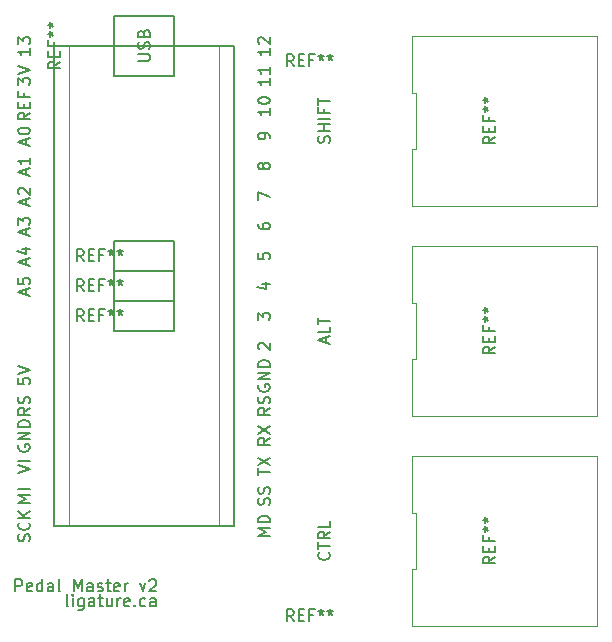
<source format=gbr>
G04 #@! TF.GenerationSoftware,KiCad,Pcbnew,5.1.5-52549c5~84~ubuntu18.04.1*
G04 #@! TF.CreationDate,2020-03-07T09:10:50-05:00*
G04 #@! TF.ProjectId,pedal-controller,70656461-6c2d-4636-9f6e-74726f6c6c65,rev?*
G04 #@! TF.SameCoordinates,Original*
G04 #@! TF.FileFunction,Legend,Top*
G04 #@! TF.FilePolarity,Positive*
%FSLAX46Y46*%
G04 Gerber Fmt 4.6, Leading zero omitted, Abs format (unit mm)*
G04 Created by KiCad (PCBNEW 5.1.5-52549c5~84~ubuntu18.04.1) date 2020-03-07 09:10:50*
%MOMM*%
%LPD*%
G04 APERTURE LIST*
%ADD10C,0.150000*%
%ADD11C,0.120000*%
G04 APERTURE END LIST*
D10*
X146454761Y-66627142D02*
X146502380Y-66484285D01*
X146502380Y-66246190D01*
X146454761Y-66150952D01*
X146407142Y-66103333D01*
X146311904Y-66055714D01*
X146216666Y-66055714D01*
X146121428Y-66103333D01*
X146073809Y-66150952D01*
X146026190Y-66246190D01*
X145978571Y-66436666D01*
X145930952Y-66531904D01*
X145883333Y-66579523D01*
X145788095Y-66627142D01*
X145692857Y-66627142D01*
X145597619Y-66579523D01*
X145550000Y-66531904D01*
X145502380Y-66436666D01*
X145502380Y-66198571D01*
X145550000Y-66055714D01*
X146502380Y-65627142D02*
X145502380Y-65627142D01*
X145978571Y-65627142D02*
X145978571Y-65055714D01*
X146502380Y-65055714D02*
X145502380Y-65055714D01*
X146502380Y-64579523D02*
X145502380Y-64579523D01*
X145978571Y-63770000D02*
X145978571Y-64103333D01*
X146502380Y-64103333D02*
X145502380Y-64103333D01*
X145502380Y-63627142D01*
X145502380Y-63389047D02*
X145502380Y-62817619D01*
X146502380Y-63103333D02*
X145502380Y-63103333D01*
X146216666Y-83573809D02*
X146216666Y-83097619D01*
X146502380Y-83669047D02*
X145502380Y-83335714D01*
X146502380Y-83002380D01*
X146502380Y-82192857D02*
X146502380Y-82669047D01*
X145502380Y-82669047D01*
X145502380Y-82002380D02*
X145502380Y-81430952D01*
X146502380Y-81716666D02*
X145502380Y-81716666D01*
X146407142Y-101306190D02*
X146454761Y-101353809D01*
X146502380Y-101496666D01*
X146502380Y-101591904D01*
X146454761Y-101734761D01*
X146359523Y-101830000D01*
X146264285Y-101877619D01*
X146073809Y-101925238D01*
X145930952Y-101925238D01*
X145740476Y-101877619D01*
X145645238Y-101830000D01*
X145550000Y-101734761D01*
X145502380Y-101591904D01*
X145502380Y-101496666D01*
X145550000Y-101353809D01*
X145597619Y-101306190D01*
X145502380Y-101020476D02*
X145502380Y-100449047D01*
X146502380Y-100734761D02*
X145502380Y-100734761D01*
X146502380Y-99544285D02*
X146026190Y-99877619D01*
X146502380Y-100115714D02*
X145502380Y-100115714D01*
X145502380Y-99734761D01*
X145550000Y-99639523D01*
X145597619Y-99591904D01*
X145692857Y-99544285D01*
X145835714Y-99544285D01*
X145930952Y-99591904D01*
X145978571Y-99639523D01*
X146026190Y-99734761D01*
X146026190Y-100115714D01*
X146502380Y-98639523D02*
X146502380Y-99115714D01*
X145502380Y-99115714D01*
X119887261Y-104592380D02*
X119887261Y-103592380D01*
X120268214Y-103592380D01*
X120363452Y-103640000D01*
X120411071Y-103687619D01*
X120458690Y-103782857D01*
X120458690Y-103925714D01*
X120411071Y-104020952D01*
X120363452Y-104068571D01*
X120268214Y-104116190D01*
X119887261Y-104116190D01*
X121268214Y-104544761D02*
X121172976Y-104592380D01*
X120982499Y-104592380D01*
X120887261Y-104544761D01*
X120839642Y-104449523D01*
X120839642Y-104068571D01*
X120887261Y-103973333D01*
X120982499Y-103925714D01*
X121172976Y-103925714D01*
X121268214Y-103973333D01*
X121315833Y-104068571D01*
X121315833Y-104163809D01*
X120839642Y-104259047D01*
X122172976Y-104592380D02*
X122172976Y-103592380D01*
X122172976Y-104544761D02*
X122077738Y-104592380D01*
X121887261Y-104592380D01*
X121792023Y-104544761D01*
X121744404Y-104497142D01*
X121696785Y-104401904D01*
X121696785Y-104116190D01*
X121744404Y-104020952D01*
X121792023Y-103973333D01*
X121887261Y-103925714D01*
X122077738Y-103925714D01*
X122172976Y-103973333D01*
X123077738Y-104592380D02*
X123077738Y-104068571D01*
X123030119Y-103973333D01*
X122934880Y-103925714D01*
X122744404Y-103925714D01*
X122649166Y-103973333D01*
X123077738Y-104544761D02*
X122982499Y-104592380D01*
X122744404Y-104592380D01*
X122649166Y-104544761D01*
X122601547Y-104449523D01*
X122601547Y-104354285D01*
X122649166Y-104259047D01*
X122744404Y-104211428D01*
X122982499Y-104211428D01*
X123077738Y-104163809D01*
X123696785Y-104592380D02*
X123601547Y-104544761D01*
X123553928Y-104449523D01*
X123553928Y-103592380D01*
X124839642Y-104592380D02*
X124839642Y-103592380D01*
X125172976Y-104306666D01*
X125506309Y-103592380D01*
X125506309Y-104592380D01*
X126411071Y-104592380D02*
X126411071Y-104068571D01*
X126363452Y-103973333D01*
X126268214Y-103925714D01*
X126077738Y-103925714D01*
X125982499Y-103973333D01*
X126411071Y-104544761D02*
X126315833Y-104592380D01*
X126077738Y-104592380D01*
X125982499Y-104544761D01*
X125934880Y-104449523D01*
X125934880Y-104354285D01*
X125982499Y-104259047D01*
X126077738Y-104211428D01*
X126315833Y-104211428D01*
X126411071Y-104163809D01*
X126839642Y-104544761D02*
X126934880Y-104592380D01*
X127125357Y-104592380D01*
X127220595Y-104544761D01*
X127268214Y-104449523D01*
X127268214Y-104401904D01*
X127220595Y-104306666D01*
X127125357Y-104259047D01*
X126982499Y-104259047D01*
X126887261Y-104211428D01*
X126839642Y-104116190D01*
X126839642Y-104068571D01*
X126887261Y-103973333D01*
X126982499Y-103925714D01*
X127125357Y-103925714D01*
X127220595Y-103973333D01*
X127553928Y-103925714D02*
X127934880Y-103925714D01*
X127696785Y-103592380D02*
X127696785Y-104449523D01*
X127744404Y-104544761D01*
X127839642Y-104592380D01*
X127934880Y-104592380D01*
X128649166Y-104544761D02*
X128553928Y-104592380D01*
X128363452Y-104592380D01*
X128268214Y-104544761D01*
X128220595Y-104449523D01*
X128220595Y-104068571D01*
X128268214Y-103973333D01*
X128363452Y-103925714D01*
X128553928Y-103925714D01*
X128649166Y-103973333D01*
X128696785Y-104068571D01*
X128696785Y-104163809D01*
X128220595Y-104259047D01*
X129125357Y-104592380D02*
X129125357Y-103925714D01*
X129125357Y-104116190D02*
X129172976Y-104020952D01*
X129220595Y-103973333D01*
X129315833Y-103925714D01*
X129411071Y-103925714D01*
X130411071Y-103925714D02*
X130649166Y-104592380D01*
X130887261Y-103925714D01*
X131220595Y-103687619D02*
X131268214Y-103640000D01*
X131363452Y-103592380D01*
X131601547Y-103592380D01*
X131696785Y-103640000D01*
X131744404Y-103687619D01*
X131792023Y-103782857D01*
X131792023Y-103878095D01*
X131744404Y-104020952D01*
X131172976Y-104592380D01*
X131792023Y-104592380D01*
X124363452Y-105862380D02*
X124268214Y-105814761D01*
X124220595Y-105719523D01*
X124220595Y-104862380D01*
X124744404Y-105862380D02*
X124744404Y-105195714D01*
X124744404Y-104862380D02*
X124696785Y-104910000D01*
X124744404Y-104957619D01*
X124792023Y-104910000D01*
X124744404Y-104862380D01*
X124744404Y-104957619D01*
X125649166Y-105195714D02*
X125649166Y-106005238D01*
X125601547Y-106100476D01*
X125553928Y-106148095D01*
X125458690Y-106195714D01*
X125315833Y-106195714D01*
X125220595Y-106148095D01*
X125649166Y-105814761D02*
X125553928Y-105862380D01*
X125363452Y-105862380D01*
X125268214Y-105814761D01*
X125220595Y-105767142D01*
X125172976Y-105671904D01*
X125172976Y-105386190D01*
X125220595Y-105290952D01*
X125268214Y-105243333D01*
X125363452Y-105195714D01*
X125553928Y-105195714D01*
X125649166Y-105243333D01*
X126553928Y-105862380D02*
X126553928Y-105338571D01*
X126506309Y-105243333D01*
X126411071Y-105195714D01*
X126220595Y-105195714D01*
X126125357Y-105243333D01*
X126553928Y-105814761D02*
X126458690Y-105862380D01*
X126220595Y-105862380D01*
X126125357Y-105814761D01*
X126077738Y-105719523D01*
X126077738Y-105624285D01*
X126125357Y-105529047D01*
X126220595Y-105481428D01*
X126458690Y-105481428D01*
X126553928Y-105433809D01*
X126887261Y-105195714D02*
X127268214Y-105195714D01*
X127030119Y-104862380D02*
X127030119Y-105719523D01*
X127077738Y-105814761D01*
X127172976Y-105862380D01*
X127268214Y-105862380D01*
X128030119Y-105195714D02*
X128030119Y-105862380D01*
X127601547Y-105195714D02*
X127601547Y-105719523D01*
X127649166Y-105814761D01*
X127744404Y-105862380D01*
X127887261Y-105862380D01*
X127982500Y-105814761D01*
X128030119Y-105767142D01*
X128506309Y-105862380D02*
X128506309Y-105195714D01*
X128506309Y-105386190D02*
X128553928Y-105290952D01*
X128601547Y-105243333D01*
X128696785Y-105195714D01*
X128792023Y-105195714D01*
X129506309Y-105814761D02*
X129411071Y-105862380D01*
X129220595Y-105862380D01*
X129125357Y-105814761D01*
X129077738Y-105719523D01*
X129077738Y-105338571D01*
X129125357Y-105243333D01*
X129220595Y-105195714D01*
X129411071Y-105195714D01*
X129506309Y-105243333D01*
X129553928Y-105338571D01*
X129553928Y-105433809D01*
X129077738Y-105529047D01*
X129982500Y-105767142D02*
X130030119Y-105814761D01*
X129982500Y-105862380D01*
X129934880Y-105814761D01*
X129982500Y-105767142D01*
X129982500Y-105862380D01*
X130887261Y-105814761D02*
X130792023Y-105862380D01*
X130601547Y-105862380D01*
X130506309Y-105814761D01*
X130458690Y-105767142D01*
X130411071Y-105671904D01*
X130411071Y-105386190D01*
X130458690Y-105290952D01*
X130506309Y-105243333D01*
X130601547Y-105195714D01*
X130792023Y-105195714D01*
X130887261Y-105243333D01*
X131744404Y-105862380D02*
X131744404Y-105338571D01*
X131696785Y-105243333D01*
X131601547Y-105195714D01*
X131411071Y-105195714D01*
X131315833Y-105243333D01*
X131744404Y-105814761D02*
X131649166Y-105862380D01*
X131411071Y-105862380D01*
X131315833Y-105814761D01*
X131268214Y-105719523D01*
X131268214Y-105624285D01*
X131315833Y-105529047D01*
X131411071Y-105481428D01*
X131649166Y-105481428D01*
X131744404Y-105433809D01*
D11*
X137160000Y-58420000D02*
X124460000Y-58420000D01*
X137160000Y-99060000D02*
X137160000Y-58420000D01*
X124460000Y-99060000D02*
X137160000Y-99060000D01*
X124460000Y-58420000D02*
X124460000Y-99060000D01*
X128270000Y-82550000D02*
X128270000Y-80010000D01*
X133350000Y-82550000D02*
X128270000Y-82550000D01*
X128270000Y-80010000D02*
X133350000Y-80010000D01*
X128270000Y-80010000D02*
X128270000Y-77470000D01*
X133350000Y-80010000D02*
X128270000Y-80010000D01*
X133350000Y-77470000D02*
X133350000Y-80010000D01*
X128270000Y-77470000D02*
X133350000Y-77470000D01*
X128270000Y-77470000D02*
X128270000Y-74930000D01*
X133350000Y-77470000D02*
X128270000Y-77470000D01*
X133350000Y-74930000D02*
X133350000Y-77470000D01*
X128270000Y-74930000D02*
X133350000Y-74930000D01*
D10*
X128270000Y-55880000D02*
X133350000Y-55880000D01*
X128270000Y-60960000D02*
X128270000Y-55880000D01*
X133350000Y-60960000D02*
X128270000Y-60960000D01*
X133350000Y-55880000D02*
X133350000Y-60960000D01*
X123190000Y-58420000D02*
X138430000Y-58420000D01*
X123190000Y-99060000D02*
X123190000Y-58420000D01*
X138430000Y-99060000D02*
X123190000Y-99060000D01*
X138430000Y-58420000D02*
X138430000Y-99060000D01*
X128270000Y-74930000D02*
X129540000Y-74930000D01*
X133350000Y-74930000D02*
X128270000Y-74930000D01*
X133350000Y-77470000D02*
X133350000Y-74930000D01*
X128270000Y-77470000D02*
X133350000Y-77470000D01*
X128270000Y-74930000D02*
X128270000Y-77470000D01*
X128270000Y-80010000D02*
X129540000Y-80010000D01*
X133350000Y-80010000D02*
X128270000Y-80010000D01*
X133350000Y-82550000D02*
X133350000Y-80010000D01*
X128270000Y-82550000D02*
X133350000Y-82550000D01*
X128270000Y-80010000D02*
X128270000Y-82550000D01*
X128270000Y-77470000D02*
X129540000Y-77470000D01*
X133350000Y-77470000D02*
X128270000Y-77470000D01*
X133350000Y-80010000D02*
X133350000Y-77470000D01*
X128270000Y-80010000D02*
X133350000Y-80010000D01*
X128270000Y-77470000D02*
X128270000Y-80010000D01*
D11*
X153440000Y-102729999D02*
X153440000Y-107529999D01*
X153800000Y-102729999D02*
X153440000Y-102729999D01*
X153800000Y-97930000D02*
X153800000Y-102729999D01*
X153440000Y-97930000D02*
X153800000Y-97930000D01*
X153440000Y-93130000D02*
X153440000Y-97930000D01*
X169140000Y-93130001D02*
X153440000Y-93130000D01*
X169140000Y-107530000D02*
X169140000Y-93130001D01*
X153440000Y-107529999D02*
X169140000Y-107530000D01*
X153440000Y-84949999D02*
X153440000Y-89749999D01*
X153800000Y-84949999D02*
X153440000Y-84949999D01*
X153800000Y-80150000D02*
X153800000Y-84949999D01*
X153440000Y-80150000D02*
X153800000Y-80150000D01*
X153440000Y-75350000D02*
X153440000Y-80150000D01*
X169140000Y-75350001D02*
X153440000Y-75350000D01*
X169140000Y-89750000D02*
X169140000Y-75350001D01*
X153440000Y-89749999D02*
X169140000Y-89750000D01*
X153440000Y-67169999D02*
X153440000Y-71969999D01*
X153800000Y-67169999D02*
X153440000Y-67169999D01*
X153800000Y-62370000D02*
X153800000Y-67169999D01*
X153440000Y-62370000D02*
X153800000Y-62370000D01*
X153440000Y-57570000D02*
X153440000Y-62370000D01*
X169140000Y-57570001D02*
X153440000Y-57570000D01*
X169140000Y-71970000D02*
X169140000Y-57570001D01*
X153440000Y-71969999D02*
X169140000Y-71970000D01*
D10*
X143446666Y-60142380D02*
X143113333Y-59666190D01*
X142875238Y-60142380D02*
X142875238Y-59142380D01*
X143256190Y-59142380D01*
X143351428Y-59190000D01*
X143399047Y-59237619D01*
X143446666Y-59332857D01*
X143446666Y-59475714D01*
X143399047Y-59570952D01*
X143351428Y-59618571D01*
X143256190Y-59666190D01*
X142875238Y-59666190D01*
X143875238Y-59618571D02*
X144208571Y-59618571D01*
X144351428Y-60142380D02*
X143875238Y-60142380D01*
X143875238Y-59142380D01*
X144351428Y-59142380D01*
X145113333Y-59618571D02*
X144780000Y-59618571D01*
X144780000Y-60142380D02*
X144780000Y-59142380D01*
X145256190Y-59142380D01*
X145780000Y-59142380D02*
X145780000Y-59380476D01*
X145541904Y-59285238D02*
X145780000Y-59380476D01*
X146018095Y-59285238D01*
X145637142Y-59570952D02*
X145780000Y-59380476D01*
X145922857Y-59570952D01*
X146541904Y-59142380D02*
X146541904Y-59380476D01*
X146303809Y-59285238D02*
X146541904Y-59380476D01*
X146780000Y-59285238D01*
X146399047Y-59570952D02*
X146541904Y-59380476D01*
X146684761Y-59570952D01*
X143446666Y-107132380D02*
X143113333Y-106656190D01*
X142875238Y-107132380D02*
X142875238Y-106132380D01*
X143256190Y-106132380D01*
X143351428Y-106180000D01*
X143399047Y-106227619D01*
X143446666Y-106322857D01*
X143446666Y-106465714D01*
X143399047Y-106560952D01*
X143351428Y-106608571D01*
X143256190Y-106656190D01*
X142875238Y-106656190D01*
X143875238Y-106608571D02*
X144208571Y-106608571D01*
X144351428Y-107132380D02*
X143875238Y-107132380D01*
X143875238Y-106132380D01*
X144351428Y-106132380D01*
X145113333Y-106608571D02*
X144780000Y-106608571D01*
X144780000Y-107132380D02*
X144780000Y-106132380D01*
X145256190Y-106132380D01*
X145780000Y-106132380D02*
X145780000Y-106370476D01*
X145541904Y-106275238D02*
X145780000Y-106370476D01*
X146018095Y-106275238D01*
X145637142Y-106560952D02*
X145780000Y-106370476D01*
X145922857Y-106560952D01*
X146541904Y-106132380D02*
X146541904Y-106370476D01*
X146303809Y-106275238D02*
X146541904Y-106370476D01*
X146780000Y-106275238D01*
X146399047Y-106560952D02*
X146541904Y-106370476D01*
X146684761Y-106560952D01*
X123642380Y-59753333D02*
X123166190Y-60086666D01*
X123642380Y-60324761D02*
X122642380Y-60324761D01*
X122642380Y-59943809D01*
X122690000Y-59848571D01*
X122737619Y-59800952D01*
X122832857Y-59753333D01*
X122975714Y-59753333D01*
X123070952Y-59800952D01*
X123118571Y-59848571D01*
X123166190Y-59943809D01*
X123166190Y-60324761D01*
X123118571Y-59324761D02*
X123118571Y-58991428D01*
X123642380Y-58848571D02*
X123642380Y-59324761D01*
X122642380Y-59324761D01*
X122642380Y-58848571D01*
X123118571Y-58086666D02*
X123118571Y-58420000D01*
X123642380Y-58420000D02*
X122642380Y-58420000D01*
X122642380Y-57943809D01*
X122642380Y-57420000D02*
X122880476Y-57420000D01*
X122785238Y-57658095D02*
X122880476Y-57420000D01*
X122785238Y-57181904D01*
X123070952Y-57562857D02*
X122880476Y-57420000D01*
X123070952Y-57277142D01*
X122642380Y-56658095D02*
X122880476Y-56658095D01*
X122785238Y-56896190D02*
X122880476Y-56658095D01*
X122785238Y-56420000D01*
X123070952Y-56800952D02*
X122880476Y-56658095D01*
X123070952Y-56515238D01*
X121054761Y-100345714D02*
X121102380Y-100202857D01*
X121102380Y-99964761D01*
X121054761Y-99869523D01*
X121007142Y-99821904D01*
X120911904Y-99774285D01*
X120816666Y-99774285D01*
X120721428Y-99821904D01*
X120673809Y-99869523D01*
X120626190Y-99964761D01*
X120578571Y-100155238D01*
X120530952Y-100250476D01*
X120483333Y-100298095D01*
X120388095Y-100345714D01*
X120292857Y-100345714D01*
X120197619Y-100298095D01*
X120150000Y-100250476D01*
X120102380Y-100155238D01*
X120102380Y-99917142D01*
X120150000Y-99774285D01*
X121007142Y-98774285D02*
X121054761Y-98821904D01*
X121102380Y-98964761D01*
X121102380Y-99060000D01*
X121054761Y-99202857D01*
X120959523Y-99298095D01*
X120864285Y-99345714D01*
X120673809Y-99393333D01*
X120530952Y-99393333D01*
X120340476Y-99345714D01*
X120245238Y-99298095D01*
X120150000Y-99202857D01*
X120102380Y-99060000D01*
X120102380Y-98964761D01*
X120150000Y-98821904D01*
X120197619Y-98774285D01*
X121102380Y-98345714D02*
X120102380Y-98345714D01*
X121102380Y-97774285D02*
X120530952Y-98202857D01*
X120102380Y-97774285D02*
X120673809Y-98345714D01*
X121102380Y-97091428D02*
X120102380Y-97091428D01*
X120816666Y-96758095D01*
X120102380Y-96424761D01*
X121102380Y-96424761D01*
X121102380Y-95948571D02*
X120102380Y-95948571D01*
X120102380Y-94551428D02*
X121102380Y-94218095D01*
X120102380Y-93884761D01*
X121102380Y-93551428D02*
X120102380Y-93551428D01*
X120150000Y-92201904D02*
X120102380Y-92297142D01*
X120102380Y-92440000D01*
X120150000Y-92582857D01*
X120245238Y-92678095D01*
X120340476Y-92725714D01*
X120530952Y-92773333D01*
X120673809Y-92773333D01*
X120864285Y-92725714D01*
X120959523Y-92678095D01*
X121054761Y-92582857D01*
X121102380Y-92440000D01*
X121102380Y-92344761D01*
X121054761Y-92201904D01*
X121007142Y-92154285D01*
X120673809Y-92154285D01*
X120673809Y-92344761D01*
X121102380Y-91725714D02*
X120102380Y-91725714D01*
X121102380Y-91154285D01*
X120102380Y-91154285D01*
X121102380Y-90678095D02*
X120102380Y-90678095D01*
X120102380Y-90440000D01*
X120150000Y-90297142D01*
X120245238Y-90201904D01*
X120340476Y-90154285D01*
X120530952Y-90106666D01*
X120673809Y-90106666D01*
X120864285Y-90154285D01*
X120959523Y-90201904D01*
X121054761Y-90297142D01*
X121102380Y-90440000D01*
X121102380Y-90678095D01*
X121102380Y-89066666D02*
X120626190Y-89400000D01*
X121102380Y-89638095D02*
X120102380Y-89638095D01*
X120102380Y-89257142D01*
X120150000Y-89161904D01*
X120197619Y-89114285D01*
X120292857Y-89066666D01*
X120435714Y-89066666D01*
X120530952Y-89114285D01*
X120578571Y-89161904D01*
X120626190Y-89257142D01*
X120626190Y-89638095D01*
X121054761Y-88685714D02*
X121102380Y-88542857D01*
X121102380Y-88304761D01*
X121054761Y-88209523D01*
X121007142Y-88161904D01*
X120911904Y-88114285D01*
X120816666Y-88114285D01*
X120721428Y-88161904D01*
X120673809Y-88209523D01*
X120626190Y-88304761D01*
X120578571Y-88495238D01*
X120530952Y-88590476D01*
X120483333Y-88638095D01*
X120388095Y-88685714D01*
X120292857Y-88685714D01*
X120197619Y-88638095D01*
X120150000Y-88590476D01*
X120102380Y-88495238D01*
X120102380Y-88257142D01*
X120150000Y-88114285D01*
X120102380Y-86550476D02*
X120102380Y-87026666D01*
X120578571Y-87074285D01*
X120530952Y-87026666D01*
X120483333Y-86931428D01*
X120483333Y-86693333D01*
X120530952Y-86598095D01*
X120578571Y-86550476D01*
X120673809Y-86502857D01*
X120911904Y-86502857D01*
X121007142Y-86550476D01*
X121054761Y-86598095D01*
X121102380Y-86693333D01*
X121102380Y-86931428D01*
X121054761Y-87026666D01*
X121007142Y-87074285D01*
X120102380Y-86217142D02*
X121102380Y-85883809D01*
X120102380Y-85550476D01*
X120816666Y-79454285D02*
X120816666Y-78978095D01*
X121102380Y-79549523D02*
X120102380Y-79216190D01*
X121102380Y-78882857D01*
X120102380Y-78073333D02*
X120102380Y-78549523D01*
X120578571Y-78597142D01*
X120530952Y-78549523D01*
X120483333Y-78454285D01*
X120483333Y-78216190D01*
X120530952Y-78120952D01*
X120578571Y-78073333D01*
X120673809Y-78025714D01*
X120911904Y-78025714D01*
X121007142Y-78073333D01*
X121054761Y-78120952D01*
X121102380Y-78216190D01*
X121102380Y-78454285D01*
X121054761Y-78549523D01*
X121007142Y-78597142D01*
X120816666Y-76914285D02*
X120816666Y-76438095D01*
X121102380Y-77009523D02*
X120102380Y-76676190D01*
X121102380Y-76342857D01*
X120435714Y-75580952D02*
X121102380Y-75580952D01*
X120054761Y-75819047D02*
X120769047Y-76057142D01*
X120769047Y-75438095D01*
X120816666Y-74374285D02*
X120816666Y-73898095D01*
X121102380Y-74469523D02*
X120102380Y-74136190D01*
X121102380Y-73802857D01*
X120102380Y-73564761D02*
X120102380Y-72945714D01*
X120483333Y-73279047D01*
X120483333Y-73136190D01*
X120530952Y-73040952D01*
X120578571Y-72993333D01*
X120673809Y-72945714D01*
X120911904Y-72945714D01*
X121007142Y-72993333D01*
X121054761Y-73040952D01*
X121102380Y-73136190D01*
X121102380Y-73421904D01*
X121054761Y-73517142D01*
X121007142Y-73564761D01*
X120816666Y-71834285D02*
X120816666Y-71358095D01*
X121102380Y-71929523D02*
X120102380Y-71596190D01*
X121102380Y-71262857D01*
X120197619Y-70977142D02*
X120150000Y-70929523D01*
X120102380Y-70834285D01*
X120102380Y-70596190D01*
X120150000Y-70500952D01*
X120197619Y-70453333D01*
X120292857Y-70405714D01*
X120388095Y-70405714D01*
X120530952Y-70453333D01*
X121102380Y-71024761D01*
X121102380Y-70405714D01*
X120816666Y-69294285D02*
X120816666Y-68818095D01*
X121102380Y-69389523D02*
X120102380Y-69056190D01*
X121102380Y-68722857D01*
X121102380Y-67865714D02*
X121102380Y-68437142D01*
X121102380Y-68151428D02*
X120102380Y-68151428D01*
X120245238Y-68246666D01*
X120340476Y-68341904D01*
X120388095Y-68437142D01*
X120816666Y-66754285D02*
X120816666Y-66278095D01*
X121102380Y-66849523D02*
X120102380Y-66516190D01*
X121102380Y-66182857D01*
X120102380Y-65659047D02*
X120102380Y-65563809D01*
X120150000Y-65468571D01*
X120197619Y-65420952D01*
X120292857Y-65373333D01*
X120483333Y-65325714D01*
X120721428Y-65325714D01*
X120911904Y-65373333D01*
X121007142Y-65420952D01*
X121054761Y-65468571D01*
X121102380Y-65563809D01*
X121102380Y-65659047D01*
X121054761Y-65754285D01*
X121007142Y-65801904D01*
X120911904Y-65849523D01*
X120721428Y-65897142D01*
X120483333Y-65897142D01*
X120292857Y-65849523D01*
X120197619Y-65801904D01*
X120150000Y-65754285D01*
X120102380Y-65659047D01*
X121102380Y-64071428D02*
X120626190Y-64404761D01*
X121102380Y-64642857D02*
X120102380Y-64642857D01*
X120102380Y-64261904D01*
X120150000Y-64166666D01*
X120197619Y-64119047D01*
X120292857Y-64071428D01*
X120435714Y-64071428D01*
X120530952Y-64119047D01*
X120578571Y-64166666D01*
X120626190Y-64261904D01*
X120626190Y-64642857D01*
X120578571Y-63642857D02*
X120578571Y-63309523D01*
X121102380Y-63166666D02*
X121102380Y-63642857D01*
X120102380Y-63642857D01*
X120102380Y-63166666D01*
X120578571Y-62404761D02*
X120578571Y-62738095D01*
X121102380Y-62738095D02*
X120102380Y-62738095D01*
X120102380Y-62261904D01*
X120102380Y-61721904D02*
X120102380Y-61102857D01*
X120483333Y-61436190D01*
X120483333Y-61293333D01*
X120530952Y-61198095D01*
X120578571Y-61150476D01*
X120673809Y-61102857D01*
X120911904Y-61102857D01*
X121007142Y-61150476D01*
X121054761Y-61198095D01*
X121102380Y-61293333D01*
X121102380Y-61579047D01*
X121054761Y-61674285D01*
X121007142Y-61721904D01*
X120102380Y-60817142D02*
X121102380Y-60483809D01*
X120102380Y-60150476D01*
X121102380Y-58610476D02*
X121102380Y-59181904D01*
X121102380Y-58896190D02*
X120102380Y-58896190D01*
X120245238Y-58991428D01*
X120340476Y-59086666D01*
X120388095Y-59181904D01*
X120102380Y-58277142D02*
X120102380Y-57658095D01*
X120483333Y-57991428D01*
X120483333Y-57848571D01*
X120530952Y-57753333D01*
X120578571Y-57705714D01*
X120673809Y-57658095D01*
X120911904Y-57658095D01*
X121007142Y-57705714D01*
X121054761Y-57753333D01*
X121102380Y-57848571D01*
X121102380Y-58134285D01*
X121054761Y-58229523D01*
X121007142Y-58277142D01*
X141422380Y-99893333D02*
X140422380Y-99893333D01*
X141136666Y-99560000D01*
X140422380Y-99226666D01*
X141422380Y-99226666D01*
X141422380Y-98750476D02*
X140422380Y-98750476D01*
X140422380Y-98512380D01*
X140470000Y-98369523D01*
X140565238Y-98274285D01*
X140660476Y-98226666D01*
X140850952Y-98179047D01*
X140993809Y-98179047D01*
X141184285Y-98226666D01*
X141279523Y-98274285D01*
X141374761Y-98369523D01*
X141422380Y-98512380D01*
X141422380Y-98750476D01*
X141374761Y-97281904D02*
X141422380Y-97139047D01*
X141422380Y-96900952D01*
X141374761Y-96805714D01*
X141327142Y-96758095D01*
X141231904Y-96710476D01*
X141136666Y-96710476D01*
X141041428Y-96758095D01*
X140993809Y-96805714D01*
X140946190Y-96900952D01*
X140898571Y-97091428D01*
X140850952Y-97186666D01*
X140803333Y-97234285D01*
X140708095Y-97281904D01*
X140612857Y-97281904D01*
X140517619Y-97234285D01*
X140470000Y-97186666D01*
X140422380Y-97091428D01*
X140422380Y-96853333D01*
X140470000Y-96710476D01*
X141374761Y-96329523D02*
X141422380Y-96186666D01*
X141422380Y-95948571D01*
X141374761Y-95853333D01*
X141327142Y-95805714D01*
X141231904Y-95758095D01*
X141136666Y-95758095D01*
X141041428Y-95805714D01*
X140993809Y-95853333D01*
X140946190Y-95948571D01*
X140898571Y-96139047D01*
X140850952Y-96234285D01*
X140803333Y-96281904D01*
X140708095Y-96329523D01*
X140612857Y-96329523D01*
X140517619Y-96281904D01*
X140470000Y-96234285D01*
X140422380Y-96139047D01*
X140422380Y-95900952D01*
X140470000Y-95758095D01*
X140422380Y-94741904D02*
X140422380Y-94170476D01*
X141422380Y-94456190D02*
X140422380Y-94456190D01*
X140422380Y-93932380D02*
X141422380Y-93265714D01*
X140422380Y-93265714D02*
X141422380Y-93932380D01*
X141422380Y-91606666D02*
X140946190Y-91940000D01*
X141422380Y-92178095D02*
X140422380Y-92178095D01*
X140422380Y-91797142D01*
X140470000Y-91701904D01*
X140517619Y-91654285D01*
X140612857Y-91606666D01*
X140755714Y-91606666D01*
X140850952Y-91654285D01*
X140898571Y-91701904D01*
X140946190Y-91797142D01*
X140946190Y-92178095D01*
X140422380Y-91273333D02*
X141422380Y-90606666D01*
X140422380Y-90606666D02*
X141422380Y-91273333D01*
X141422380Y-89066666D02*
X140946190Y-89400000D01*
X141422380Y-89638095D02*
X140422380Y-89638095D01*
X140422380Y-89257142D01*
X140470000Y-89161904D01*
X140517619Y-89114285D01*
X140612857Y-89066666D01*
X140755714Y-89066666D01*
X140850952Y-89114285D01*
X140898571Y-89161904D01*
X140946190Y-89257142D01*
X140946190Y-89638095D01*
X141374761Y-88685714D02*
X141422380Y-88542857D01*
X141422380Y-88304761D01*
X141374761Y-88209523D01*
X141327142Y-88161904D01*
X141231904Y-88114285D01*
X141136666Y-88114285D01*
X141041428Y-88161904D01*
X140993809Y-88209523D01*
X140946190Y-88304761D01*
X140898571Y-88495238D01*
X140850952Y-88590476D01*
X140803333Y-88638095D01*
X140708095Y-88685714D01*
X140612857Y-88685714D01*
X140517619Y-88638095D01*
X140470000Y-88590476D01*
X140422380Y-88495238D01*
X140422380Y-88257142D01*
X140470000Y-88114285D01*
X140470000Y-87121904D02*
X140422380Y-87217142D01*
X140422380Y-87360000D01*
X140470000Y-87502857D01*
X140565238Y-87598095D01*
X140660476Y-87645714D01*
X140850952Y-87693333D01*
X140993809Y-87693333D01*
X141184285Y-87645714D01*
X141279523Y-87598095D01*
X141374761Y-87502857D01*
X141422380Y-87360000D01*
X141422380Y-87264761D01*
X141374761Y-87121904D01*
X141327142Y-87074285D01*
X140993809Y-87074285D01*
X140993809Y-87264761D01*
X141422380Y-86645714D02*
X140422380Y-86645714D01*
X141422380Y-86074285D01*
X140422380Y-86074285D01*
X141422380Y-85598095D02*
X140422380Y-85598095D01*
X140422380Y-85360000D01*
X140470000Y-85217142D01*
X140565238Y-85121904D01*
X140660476Y-85074285D01*
X140850952Y-85026666D01*
X140993809Y-85026666D01*
X141184285Y-85074285D01*
X141279523Y-85121904D01*
X141374761Y-85217142D01*
X141422380Y-85360000D01*
X141422380Y-85598095D01*
X140517619Y-84105714D02*
X140470000Y-84058095D01*
X140422380Y-83962857D01*
X140422380Y-83724761D01*
X140470000Y-83629523D01*
X140517619Y-83581904D01*
X140612857Y-83534285D01*
X140708095Y-83534285D01*
X140850952Y-83581904D01*
X141422380Y-84153333D01*
X141422380Y-83534285D01*
X140422380Y-81613333D02*
X140422380Y-80994285D01*
X140803333Y-81327619D01*
X140803333Y-81184761D01*
X140850952Y-81089523D01*
X140898571Y-81041904D01*
X140993809Y-80994285D01*
X141231904Y-80994285D01*
X141327142Y-81041904D01*
X141374761Y-81089523D01*
X141422380Y-81184761D01*
X141422380Y-81470476D01*
X141374761Y-81565714D01*
X141327142Y-81613333D01*
X140755714Y-78549523D02*
X141422380Y-78549523D01*
X140374761Y-78787619D02*
X141089047Y-79025714D01*
X141089047Y-78406666D01*
X140422380Y-75961904D02*
X140422380Y-76438095D01*
X140898571Y-76485714D01*
X140850952Y-76438095D01*
X140803333Y-76342857D01*
X140803333Y-76104761D01*
X140850952Y-76009523D01*
X140898571Y-75961904D01*
X140993809Y-75914285D01*
X141231904Y-75914285D01*
X141327142Y-75961904D01*
X141374761Y-76009523D01*
X141422380Y-76104761D01*
X141422380Y-76342857D01*
X141374761Y-76438095D01*
X141327142Y-76485714D01*
X140422380Y-73469523D02*
X140422380Y-73660000D01*
X140470000Y-73755238D01*
X140517619Y-73802857D01*
X140660476Y-73898095D01*
X140850952Y-73945714D01*
X141231904Y-73945714D01*
X141327142Y-73898095D01*
X141374761Y-73850476D01*
X141422380Y-73755238D01*
X141422380Y-73564761D01*
X141374761Y-73469523D01*
X141327142Y-73421904D01*
X141231904Y-73374285D01*
X140993809Y-73374285D01*
X140898571Y-73421904D01*
X140850952Y-73469523D01*
X140803333Y-73564761D01*
X140803333Y-73755238D01*
X140850952Y-73850476D01*
X140898571Y-73898095D01*
X140993809Y-73945714D01*
X140422380Y-71453333D02*
X140422380Y-70786666D01*
X141422380Y-71215238D01*
X140850952Y-68675238D02*
X140803333Y-68770476D01*
X140755714Y-68818095D01*
X140660476Y-68865714D01*
X140612857Y-68865714D01*
X140517619Y-68818095D01*
X140470000Y-68770476D01*
X140422380Y-68675238D01*
X140422380Y-68484761D01*
X140470000Y-68389523D01*
X140517619Y-68341904D01*
X140612857Y-68294285D01*
X140660476Y-68294285D01*
X140755714Y-68341904D01*
X140803333Y-68389523D01*
X140850952Y-68484761D01*
X140850952Y-68675238D01*
X140898571Y-68770476D01*
X140946190Y-68818095D01*
X141041428Y-68865714D01*
X141231904Y-68865714D01*
X141327142Y-68818095D01*
X141374761Y-68770476D01*
X141422380Y-68675238D01*
X141422380Y-68484761D01*
X141374761Y-68389523D01*
X141327142Y-68341904D01*
X141231904Y-68294285D01*
X141041428Y-68294285D01*
X140946190Y-68341904D01*
X140898571Y-68389523D01*
X140850952Y-68484761D01*
X141422380Y-66230476D02*
X141422380Y-66040000D01*
X141374761Y-65944761D01*
X141327142Y-65897142D01*
X141184285Y-65801904D01*
X140993809Y-65754285D01*
X140612857Y-65754285D01*
X140517619Y-65801904D01*
X140470000Y-65849523D01*
X140422380Y-65944761D01*
X140422380Y-66135238D01*
X140470000Y-66230476D01*
X140517619Y-66278095D01*
X140612857Y-66325714D01*
X140850952Y-66325714D01*
X140946190Y-66278095D01*
X140993809Y-66230476D01*
X141041428Y-66135238D01*
X141041428Y-65944761D01*
X140993809Y-65849523D01*
X140946190Y-65801904D01*
X140850952Y-65754285D01*
X141422380Y-63690476D02*
X141422380Y-64261904D01*
X141422380Y-63976190D02*
X140422380Y-63976190D01*
X140565238Y-64071428D01*
X140660476Y-64166666D01*
X140708095Y-64261904D01*
X140422380Y-63071428D02*
X140422380Y-62976190D01*
X140470000Y-62880952D01*
X140517619Y-62833333D01*
X140612857Y-62785714D01*
X140803333Y-62738095D01*
X141041428Y-62738095D01*
X141231904Y-62785714D01*
X141327142Y-62833333D01*
X141374761Y-62880952D01*
X141422380Y-62976190D01*
X141422380Y-63071428D01*
X141374761Y-63166666D01*
X141327142Y-63214285D01*
X141231904Y-63261904D01*
X141041428Y-63309523D01*
X140803333Y-63309523D01*
X140612857Y-63261904D01*
X140517619Y-63214285D01*
X140470000Y-63166666D01*
X140422380Y-63071428D01*
X141422380Y-61150476D02*
X141422380Y-61721904D01*
X141422380Y-61436190D02*
X140422380Y-61436190D01*
X140565238Y-61531428D01*
X140660476Y-61626666D01*
X140708095Y-61721904D01*
X141422380Y-60198095D02*
X141422380Y-60769523D01*
X141422380Y-60483809D02*
X140422380Y-60483809D01*
X140565238Y-60579047D01*
X140660476Y-60674285D01*
X140708095Y-60769523D01*
X141422380Y-58610476D02*
X141422380Y-59181904D01*
X141422380Y-58896190D02*
X140422380Y-58896190D01*
X140565238Y-58991428D01*
X140660476Y-59086666D01*
X140708095Y-59181904D01*
X140517619Y-58229523D02*
X140470000Y-58181904D01*
X140422380Y-58086666D01*
X140422380Y-57848571D01*
X140470000Y-57753333D01*
X140517619Y-57705714D01*
X140612857Y-57658095D01*
X140708095Y-57658095D01*
X140850952Y-57705714D01*
X141422380Y-58277142D01*
X141422380Y-57658095D01*
X130262380Y-59681904D02*
X131071904Y-59681904D01*
X131167142Y-59634285D01*
X131214761Y-59586666D01*
X131262380Y-59491428D01*
X131262380Y-59300952D01*
X131214761Y-59205714D01*
X131167142Y-59158095D01*
X131071904Y-59110476D01*
X130262380Y-59110476D01*
X131214761Y-58681904D02*
X131262380Y-58539047D01*
X131262380Y-58300952D01*
X131214761Y-58205714D01*
X131167142Y-58158095D01*
X131071904Y-58110476D01*
X130976666Y-58110476D01*
X130881428Y-58158095D01*
X130833809Y-58205714D01*
X130786190Y-58300952D01*
X130738571Y-58491428D01*
X130690952Y-58586666D01*
X130643333Y-58634285D01*
X130548095Y-58681904D01*
X130452857Y-58681904D01*
X130357619Y-58634285D01*
X130310000Y-58586666D01*
X130262380Y-58491428D01*
X130262380Y-58253333D01*
X130310000Y-58110476D01*
X130738571Y-57348571D02*
X130786190Y-57205714D01*
X130833809Y-57158095D01*
X130929047Y-57110476D01*
X131071904Y-57110476D01*
X131167142Y-57158095D01*
X131214761Y-57205714D01*
X131262380Y-57300952D01*
X131262380Y-57681904D01*
X130262380Y-57681904D01*
X130262380Y-57348571D01*
X130310000Y-57253333D01*
X130357619Y-57205714D01*
X130452857Y-57158095D01*
X130548095Y-57158095D01*
X130643333Y-57205714D01*
X130690952Y-57253333D01*
X130738571Y-57348571D01*
X130738571Y-57681904D01*
X125666666Y-76652380D02*
X125333333Y-76176190D01*
X125095238Y-76652380D02*
X125095238Y-75652380D01*
X125476190Y-75652380D01*
X125571428Y-75700000D01*
X125619047Y-75747619D01*
X125666666Y-75842857D01*
X125666666Y-75985714D01*
X125619047Y-76080952D01*
X125571428Y-76128571D01*
X125476190Y-76176190D01*
X125095238Y-76176190D01*
X126095238Y-76128571D02*
X126428571Y-76128571D01*
X126571428Y-76652380D02*
X126095238Y-76652380D01*
X126095238Y-75652380D01*
X126571428Y-75652380D01*
X127333333Y-76128571D02*
X127000000Y-76128571D01*
X127000000Y-76652380D02*
X127000000Y-75652380D01*
X127476190Y-75652380D01*
X128000000Y-75652380D02*
X128000000Y-75890476D01*
X127761904Y-75795238D02*
X128000000Y-75890476D01*
X128238095Y-75795238D01*
X127857142Y-76080952D02*
X128000000Y-75890476D01*
X128142857Y-76080952D01*
X128761904Y-75652380D02*
X128761904Y-75890476D01*
X128523809Y-75795238D02*
X128761904Y-75890476D01*
X129000000Y-75795238D01*
X128619047Y-76080952D02*
X128761904Y-75890476D01*
X128904761Y-76080952D01*
X125666666Y-81732380D02*
X125333333Y-81256190D01*
X125095238Y-81732380D02*
X125095238Y-80732380D01*
X125476190Y-80732380D01*
X125571428Y-80780000D01*
X125619047Y-80827619D01*
X125666666Y-80922857D01*
X125666666Y-81065714D01*
X125619047Y-81160952D01*
X125571428Y-81208571D01*
X125476190Y-81256190D01*
X125095238Y-81256190D01*
X126095238Y-81208571D02*
X126428571Y-81208571D01*
X126571428Y-81732380D02*
X126095238Y-81732380D01*
X126095238Y-80732380D01*
X126571428Y-80732380D01*
X127333333Y-81208571D02*
X127000000Y-81208571D01*
X127000000Y-81732380D02*
X127000000Y-80732380D01*
X127476190Y-80732380D01*
X128000000Y-80732380D02*
X128000000Y-80970476D01*
X127761904Y-80875238D02*
X128000000Y-80970476D01*
X128238095Y-80875238D01*
X127857142Y-81160952D02*
X128000000Y-80970476D01*
X128142857Y-81160952D01*
X128761904Y-80732380D02*
X128761904Y-80970476D01*
X128523809Y-80875238D02*
X128761904Y-80970476D01*
X129000000Y-80875238D01*
X128619047Y-81160952D02*
X128761904Y-80970476D01*
X128904761Y-81160952D01*
X125666666Y-79192380D02*
X125333333Y-78716190D01*
X125095238Y-79192380D02*
X125095238Y-78192380D01*
X125476190Y-78192380D01*
X125571428Y-78240000D01*
X125619047Y-78287619D01*
X125666666Y-78382857D01*
X125666666Y-78525714D01*
X125619047Y-78620952D01*
X125571428Y-78668571D01*
X125476190Y-78716190D01*
X125095238Y-78716190D01*
X126095238Y-78668571D02*
X126428571Y-78668571D01*
X126571428Y-79192380D02*
X126095238Y-79192380D01*
X126095238Y-78192380D01*
X126571428Y-78192380D01*
X127333333Y-78668571D02*
X127000000Y-78668571D01*
X127000000Y-79192380D02*
X127000000Y-78192380D01*
X127476190Y-78192380D01*
X128000000Y-78192380D02*
X128000000Y-78430476D01*
X127761904Y-78335238D02*
X128000000Y-78430476D01*
X128238095Y-78335238D01*
X127857142Y-78620952D02*
X128000000Y-78430476D01*
X128142857Y-78620952D01*
X128761904Y-78192380D02*
X128761904Y-78430476D01*
X128523809Y-78335238D02*
X128761904Y-78430476D01*
X129000000Y-78335238D01*
X128619047Y-78620952D02*
X128761904Y-78430476D01*
X128904761Y-78620952D01*
X160472380Y-101663333D02*
X159996190Y-101996666D01*
X160472380Y-102234761D02*
X159472380Y-102234761D01*
X159472380Y-101853809D01*
X159520000Y-101758571D01*
X159567619Y-101710952D01*
X159662857Y-101663333D01*
X159805714Y-101663333D01*
X159900952Y-101710952D01*
X159948571Y-101758571D01*
X159996190Y-101853809D01*
X159996190Y-102234761D01*
X159948571Y-101234761D02*
X159948571Y-100901428D01*
X160472380Y-100758571D02*
X160472380Y-101234761D01*
X159472380Y-101234761D01*
X159472380Y-100758571D01*
X159948571Y-99996666D02*
X159948571Y-100330000D01*
X160472380Y-100330000D02*
X159472380Y-100330000D01*
X159472380Y-99853809D01*
X159472380Y-99330000D02*
X159710476Y-99330000D01*
X159615238Y-99568095D02*
X159710476Y-99330000D01*
X159615238Y-99091904D01*
X159900952Y-99472857D02*
X159710476Y-99330000D01*
X159900952Y-99187142D01*
X159472380Y-98568095D02*
X159710476Y-98568095D01*
X159615238Y-98806190D02*
X159710476Y-98568095D01*
X159615238Y-98330000D01*
X159900952Y-98710952D02*
X159710476Y-98568095D01*
X159900952Y-98425238D01*
X160472380Y-83883333D02*
X159996190Y-84216666D01*
X160472380Y-84454761D02*
X159472380Y-84454761D01*
X159472380Y-84073809D01*
X159520000Y-83978571D01*
X159567619Y-83930952D01*
X159662857Y-83883333D01*
X159805714Y-83883333D01*
X159900952Y-83930952D01*
X159948571Y-83978571D01*
X159996190Y-84073809D01*
X159996190Y-84454761D01*
X159948571Y-83454761D02*
X159948571Y-83121428D01*
X160472380Y-82978571D02*
X160472380Y-83454761D01*
X159472380Y-83454761D01*
X159472380Y-82978571D01*
X159948571Y-82216666D02*
X159948571Y-82550000D01*
X160472380Y-82550000D02*
X159472380Y-82550000D01*
X159472380Y-82073809D01*
X159472380Y-81550000D02*
X159710476Y-81550000D01*
X159615238Y-81788095D02*
X159710476Y-81550000D01*
X159615238Y-81311904D01*
X159900952Y-81692857D02*
X159710476Y-81550000D01*
X159900952Y-81407142D01*
X159472380Y-80788095D02*
X159710476Y-80788095D01*
X159615238Y-81026190D02*
X159710476Y-80788095D01*
X159615238Y-80550000D01*
X159900952Y-80930952D02*
X159710476Y-80788095D01*
X159900952Y-80645238D01*
X160472380Y-66103333D02*
X159996190Y-66436666D01*
X160472380Y-66674761D02*
X159472380Y-66674761D01*
X159472380Y-66293809D01*
X159520000Y-66198571D01*
X159567619Y-66150952D01*
X159662857Y-66103333D01*
X159805714Y-66103333D01*
X159900952Y-66150952D01*
X159948571Y-66198571D01*
X159996190Y-66293809D01*
X159996190Y-66674761D01*
X159948571Y-65674761D02*
X159948571Y-65341428D01*
X160472380Y-65198571D02*
X160472380Y-65674761D01*
X159472380Y-65674761D01*
X159472380Y-65198571D01*
X159948571Y-64436666D02*
X159948571Y-64770000D01*
X160472380Y-64770000D02*
X159472380Y-64770000D01*
X159472380Y-64293809D01*
X159472380Y-63770000D02*
X159710476Y-63770000D01*
X159615238Y-64008095D02*
X159710476Y-63770000D01*
X159615238Y-63531904D01*
X159900952Y-63912857D02*
X159710476Y-63770000D01*
X159900952Y-63627142D01*
X159472380Y-63008095D02*
X159710476Y-63008095D01*
X159615238Y-63246190D02*
X159710476Y-63008095D01*
X159615238Y-62770000D01*
X159900952Y-63150952D02*
X159710476Y-63008095D01*
X159900952Y-62865238D01*
M02*

</source>
